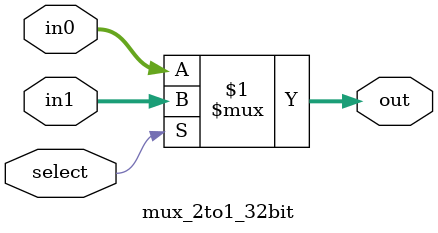
<source format=v>
module mux_2to1_32bit
(
    input select,
    input [31:0]in0,
    input [31:0]in1,

    output [31:0]out

);

  assign out = (select) ? in1: in0;
  
endmodule
</source>
